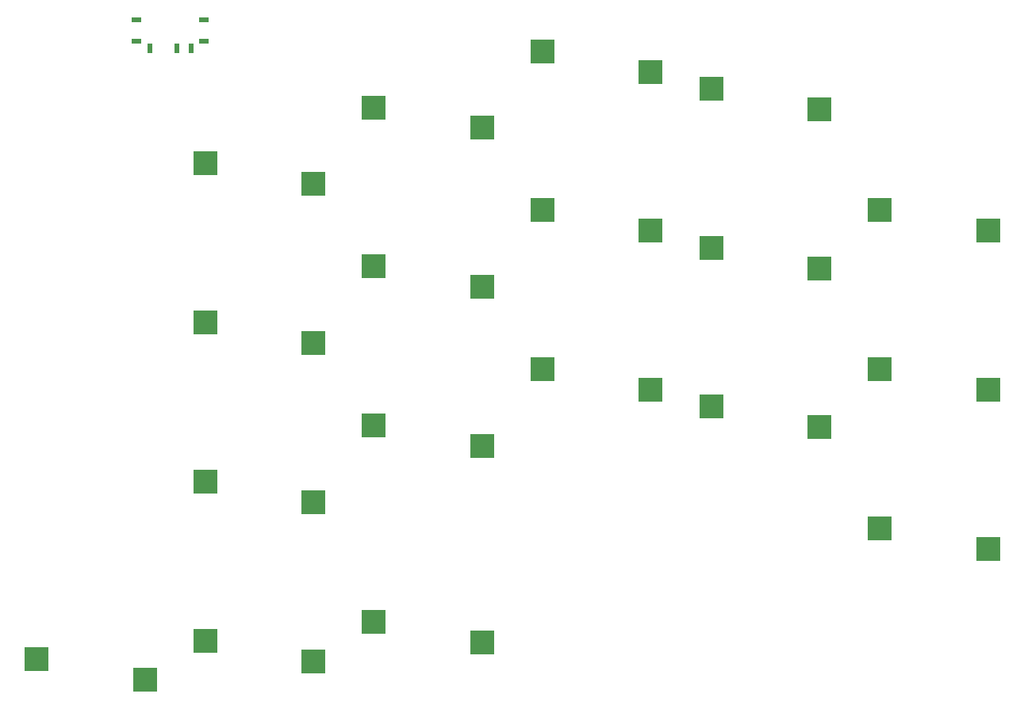
<source format=gbr>
%TF.GenerationSoftware,KiCad,Pcbnew,(7.0.0)*%
%TF.CreationDate,2023-09-04T00:10:10+01:00*%
%TF.ProjectId,Razer36_V2,52617a65-7233-4365-9f56-322e6b696361,rev?*%
%TF.SameCoordinates,Original*%
%TF.FileFunction,Paste,Bot*%
%TF.FilePolarity,Positive*%
%FSLAX46Y46*%
G04 Gerber Fmt 4.6, Leading zero omitted, Abs format (unit mm)*
G04 Created by KiCad (PCBNEW (7.0.0)) date 2023-09-04 00:10:10*
%MOMM*%
%LPD*%
G01*
G04 APERTURE LIST*
%ADD10R,2.600000X2.600000*%
%ADD11R,1.100000X0.600000*%
%ADD12R,1.000000X0.600000*%
%ADD13R,0.600000X1.000000*%
G04 APERTURE END LIST*
D10*
%TO.C,Sw4*%
X132724999Y-82049999D03*
X144274999Y-84249999D03*
%TD*%
%TO.C,Sw17*%
X150724999Y-120049999D03*
X162274999Y-122249999D03*
%TD*%
%TO.C,Sw15*%
X114724999Y-122049999D03*
X126274999Y-124249999D03*
%TD*%
%TO.C,Sw16*%
X132724999Y-116049999D03*
X144274999Y-118249999D03*
%TD*%
%TO.C,Sw9*%
X114724999Y-105049999D03*
X126274999Y-107249999D03*
%TD*%
%TO.C,Sw1*%
X78724999Y-147049999D03*
X90274999Y-149249999D03*
%TD*%
%TO.C,Sw10*%
X132724999Y-99049999D03*
X144274999Y-101249999D03*
%TD*%
%TO.C,Sw5*%
X150724999Y-86049999D03*
X162274999Y-88249999D03*
%TD*%
%TO.C,Sw6*%
X168724999Y-99049999D03*
X180274999Y-101249999D03*
%TD*%
%TO.C,Sw3*%
X114724999Y-88049999D03*
X126274999Y-90249999D03*
%TD*%
%TO.C,Sw11*%
X150724999Y-103049999D03*
X162274999Y-105249999D03*
%TD*%
%TO.C,Sw2*%
X96724999Y-94049999D03*
X108274999Y-96249999D03*
%TD*%
%TO.C,Sw13*%
X114724999Y-143049999D03*
X126274999Y-145249999D03*
%TD*%
%TO.C,Sw7*%
X96724999Y-145049999D03*
X108274999Y-147249999D03*
%TD*%
%TO.C,Sw14*%
X96724999Y-128049999D03*
X108274999Y-130249999D03*
%TD*%
%TO.C,Sw12*%
X168724999Y-116049999D03*
X180274999Y-118249999D03*
%TD*%
%TO.C,Sw8*%
X96724999Y-111049999D03*
X108274999Y-113249999D03*
%TD*%
%TO.C,Sw18*%
X168724999Y-133049999D03*
X180274999Y-135249999D03*
%TD*%
D11*
%TO.C,PWR2*%
X96599999Y-78706999D03*
D12*
X89399999Y-78706999D03*
X96599999Y-80992999D03*
D11*
X89399999Y-80992999D03*
D13*
X90799999Y-81699999D03*
X93699999Y-81699999D03*
X95199999Y-81699999D03*
%TD*%
M02*

</source>
